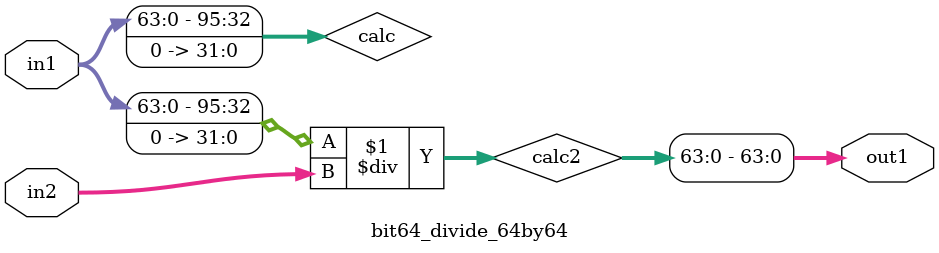
<source format=v>
`timescale 1ns / 1ps


module bit64_divide_64by64(
    input signed [63:0] in1,
    input signed [63:0] in2,
    output wire signed [63:0] out1
    );
    
    wire signed [95:0] calc;
    wire signed [95:0] calc2;
    
    assign calc[95:32] = in1;
    assign calc[31:0] = 32'h00000000;
    assign calc2 = calc / in2;
    assign out1 = calc2[64:0];
    
endmodule
</source>
